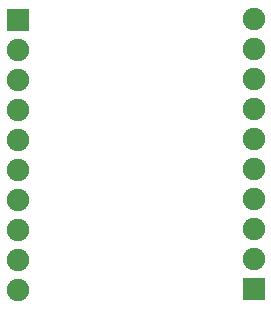
<source format=gbs>
G04 DipTrace 3.0.0.2*
G04 BottomMask.gbs*
%MOIN*%
G04 #@! TF.FileFunction,Soldermask,Bot*
G04 #@! TF.Part,Single*
%ADD30C,0.074929*%
%ADD32R,0.074929X0.074929*%
%FSLAX26Y26*%
G04*
G70*
G90*
G75*
G01*
G04 BotMask*
%LPD*%
D32*
X450249Y1400251D3*
D30*
Y1300251D3*
Y1200251D3*
Y1100251D3*
Y1000251D3*
Y900251D3*
Y800251D3*
Y700251D3*
Y600251D3*
Y500251D3*
D32*
X1237661Y506488D3*
D30*
Y606488D3*
Y706488D3*
Y806488D3*
Y906488D3*
Y1006488D3*
Y1106488D3*
Y1206488D3*
Y1306488D3*
Y1406488D3*
M02*

</source>
